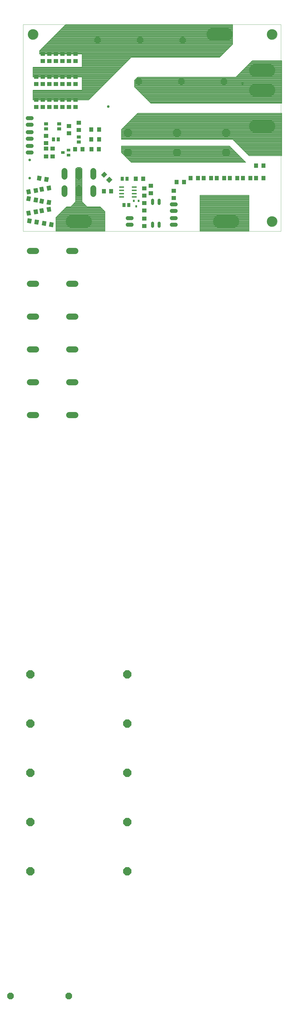
<source format=gts>
G75*
%MOIN*%
%OFA0B0*%
%FSLAX25Y25*%
%IPPOS*%
%LPD*%
%AMOC8*
5,1,8,0,0,1.08239X$1,22.5*
%
%ADD10C,0.00000*%
%ADD11C,0.15748*%
%ADD12C,0.00787*%
%ADD13R,0.05118X0.05906*%
%ADD14R,0.07098X0.06299*%
%ADD15R,0.06299X0.07098*%
%ADD16R,0.07800X0.02200*%
%ADD17C,0.05906*%
%ADD18C,0.08850*%
%ADD19C,0.09450*%
%ADD20OC8,0.12400*%
%ADD21C,0.12400*%
%ADD22C,0.02000*%
%ADD23C,0.20000*%
%ADD24C,0.04000*%
%ADD25R,0.05512X0.03937*%
%ADD26R,0.06000X0.06600*%
%ADD27OC8,0.10000*%
%ADD28R,0.06600X0.06000*%
%ADD29R,0.05906X0.05118*%
%ADD30R,0.03150X0.03543*%
%ADD31C,0.04800*%
D10*
X0028800Y1187300D02*
X0028800Y1502261D01*
X0422501Y1502261D01*
X0422501Y1187300D01*
X0028800Y1187300D01*
X0035926Y1487300D02*
X0035928Y1487493D01*
X0035935Y1487686D01*
X0035947Y1487879D01*
X0035964Y1488072D01*
X0035985Y1488264D01*
X0036011Y1488455D01*
X0036042Y1488646D01*
X0036077Y1488836D01*
X0036117Y1489025D01*
X0036162Y1489213D01*
X0036211Y1489400D01*
X0036265Y1489586D01*
X0036323Y1489770D01*
X0036386Y1489953D01*
X0036454Y1490134D01*
X0036525Y1490313D01*
X0036602Y1490491D01*
X0036682Y1490667D01*
X0036767Y1490840D01*
X0036856Y1491012D01*
X0036949Y1491181D01*
X0037046Y1491348D01*
X0037148Y1491513D01*
X0037253Y1491675D01*
X0037362Y1491834D01*
X0037476Y1491991D01*
X0037593Y1492144D01*
X0037713Y1492295D01*
X0037838Y1492443D01*
X0037966Y1492588D01*
X0038097Y1492729D01*
X0038232Y1492868D01*
X0038371Y1493003D01*
X0038512Y1493134D01*
X0038657Y1493262D01*
X0038805Y1493387D01*
X0038956Y1493507D01*
X0039109Y1493624D01*
X0039266Y1493738D01*
X0039425Y1493847D01*
X0039587Y1493952D01*
X0039752Y1494054D01*
X0039919Y1494151D01*
X0040088Y1494244D01*
X0040260Y1494333D01*
X0040433Y1494418D01*
X0040609Y1494498D01*
X0040787Y1494575D01*
X0040966Y1494646D01*
X0041147Y1494714D01*
X0041330Y1494777D01*
X0041514Y1494835D01*
X0041700Y1494889D01*
X0041887Y1494938D01*
X0042075Y1494983D01*
X0042264Y1495023D01*
X0042454Y1495058D01*
X0042645Y1495089D01*
X0042836Y1495115D01*
X0043028Y1495136D01*
X0043221Y1495153D01*
X0043414Y1495165D01*
X0043607Y1495172D01*
X0043800Y1495174D01*
X0043993Y1495172D01*
X0044186Y1495165D01*
X0044379Y1495153D01*
X0044572Y1495136D01*
X0044764Y1495115D01*
X0044955Y1495089D01*
X0045146Y1495058D01*
X0045336Y1495023D01*
X0045525Y1494983D01*
X0045713Y1494938D01*
X0045900Y1494889D01*
X0046086Y1494835D01*
X0046270Y1494777D01*
X0046453Y1494714D01*
X0046634Y1494646D01*
X0046813Y1494575D01*
X0046991Y1494498D01*
X0047167Y1494418D01*
X0047340Y1494333D01*
X0047512Y1494244D01*
X0047681Y1494151D01*
X0047848Y1494054D01*
X0048013Y1493952D01*
X0048175Y1493847D01*
X0048334Y1493738D01*
X0048491Y1493624D01*
X0048644Y1493507D01*
X0048795Y1493387D01*
X0048943Y1493262D01*
X0049088Y1493134D01*
X0049229Y1493003D01*
X0049368Y1492868D01*
X0049503Y1492729D01*
X0049634Y1492588D01*
X0049762Y1492443D01*
X0049887Y1492295D01*
X0050007Y1492144D01*
X0050124Y1491991D01*
X0050238Y1491834D01*
X0050347Y1491675D01*
X0050452Y1491513D01*
X0050554Y1491348D01*
X0050651Y1491181D01*
X0050744Y1491012D01*
X0050833Y1490840D01*
X0050918Y1490667D01*
X0050998Y1490491D01*
X0051075Y1490313D01*
X0051146Y1490134D01*
X0051214Y1489953D01*
X0051277Y1489770D01*
X0051335Y1489586D01*
X0051389Y1489400D01*
X0051438Y1489213D01*
X0051483Y1489025D01*
X0051523Y1488836D01*
X0051558Y1488646D01*
X0051589Y1488455D01*
X0051615Y1488264D01*
X0051636Y1488072D01*
X0051653Y1487879D01*
X0051665Y1487686D01*
X0051672Y1487493D01*
X0051674Y1487300D01*
X0051672Y1487107D01*
X0051665Y1486914D01*
X0051653Y1486721D01*
X0051636Y1486528D01*
X0051615Y1486336D01*
X0051589Y1486145D01*
X0051558Y1485954D01*
X0051523Y1485764D01*
X0051483Y1485575D01*
X0051438Y1485387D01*
X0051389Y1485200D01*
X0051335Y1485014D01*
X0051277Y1484830D01*
X0051214Y1484647D01*
X0051146Y1484466D01*
X0051075Y1484287D01*
X0050998Y1484109D01*
X0050918Y1483933D01*
X0050833Y1483760D01*
X0050744Y1483588D01*
X0050651Y1483419D01*
X0050554Y1483252D01*
X0050452Y1483087D01*
X0050347Y1482925D01*
X0050238Y1482766D01*
X0050124Y1482609D01*
X0050007Y1482456D01*
X0049887Y1482305D01*
X0049762Y1482157D01*
X0049634Y1482012D01*
X0049503Y1481871D01*
X0049368Y1481732D01*
X0049229Y1481597D01*
X0049088Y1481466D01*
X0048943Y1481338D01*
X0048795Y1481213D01*
X0048644Y1481093D01*
X0048491Y1480976D01*
X0048334Y1480862D01*
X0048175Y1480753D01*
X0048013Y1480648D01*
X0047848Y1480546D01*
X0047681Y1480449D01*
X0047512Y1480356D01*
X0047340Y1480267D01*
X0047167Y1480182D01*
X0046991Y1480102D01*
X0046813Y1480025D01*
X0046634Y1479954D01*
X0046453Y1479886D01*
X0046270Y1479823D01*
X0046086Y1479765D01*
X0045900Y1479711D01*
X0045713Y1479662D01*
X0045525Y1479617D01*
X0045336Y1479577D01*
X0045146Y1479542D01*
X0044955Y1479511D01*
X0044764Y1479485D01*
X0044572Y1479464D01*
X0044379Y1479447D01*
X0044186Y1479435D01*
X0043993Y1479428D01*
X0043800Y1479426D01*
X0043607Y1479428D01*
X0043414Y1479435D01*
X0043221Y1479447D01*
X0043028Y1479464D01*
X0042836Y1479485D01*
X0042645Y1479511D01*
X0042454Y1479542D01*
X0042264Y1479577D01*
X0042075Y1479617D01*
X0041887Y1479662D01*
X0041700Y1479711D01*
X0041514Y1479765D01*
X0041330Y1479823D01*
X0041147Y1479886D01*
X0040966Y1479954D01*
X0040787Y1480025D01*
X0040609Y1480102D01*
X0040433Y1480182D01*
X0040260Y1480267D01*
X0040088Y1480356D01*
X0039919Y1480449D01*
X0039752Y1480546D01*
X0039587Y1480648D01*
X0039425Y1480753D01*
X0039266Y1480862D01*
X0039109Y1480976D01*
X0038956Y1481093D01*
X0038805Y1481213D01*
X0038657Y1481338D01*
X0038512Y1481466D01*
X0038371Y1481597D01*
X0038232Y1481732D01*
X0038097Y1481871D01*
X0037966Y1482012D01*
X0037838Y1482157D01*
X0037713Y1482305D01*
X0037593Y1482456D01*
X0037476Y1482609D01*
X0037362Y1482766D01*
X0037253Y1482925D01*
X0037148Y1483087D01*
X0037046Y1483252D01*
X0036949Y1483419D01*
X0036856Y1483588D01*
X0036767Y1483760D01*
X0036682Y1483933D01*
X0036602Y1484109D01*
X0036525Y1484287D01*
X0036454Y1484466D01*
X0036386Y1484647D01*
X0036323Y1484830D01*
X0036265Y1485014D01*
X0036211Y1485200D01*
X0036162Y1485387D01*
X0036117Y1485575D01*
X0036077Y1485764D01*
X0036042Y1485954D01*
X0036011Y1486145D01*
X0035985Y1486336D01*
X0035964Y1486528D01*
X0035947Y1486721D01*
X0035935Y1486914D01*
X0035928Y1487107D01*
X0035926Y1487300D01*
X0400926Y1487300D02*
X0400928Y1487493D01*
X0400935Y1487686D01*
X0400947Y1487879D01*
X0400964Y1488072D01*
X0400985Y1488264D01*
X0401011Y1488455D01*
X0401042Y1488646D01*
X0401077Y1488836D01*
X0401117Y1489025D01*
X0401162Y1489213D01*
X0401211Y1489400D01*
X0401265Y1489586D01*
X0401323Y1489770D01*
X0401386Y1489953D01*
X0401454Y1490134D01*
X0401525Y1490313D01*
X0401602Y1490491D01*
X0401682Y1490667D01*
X0401767Y1490840D01*
X0401856Y1491012D01*
X0401949Y1491181D01*
X0402046Y1491348D01*
X0402148Y1491513D01*
X0402253Y1491675D01*
X0402362Y1491834D01*
X0402476Y1491991D01*
X0402593Y1492144D01*
X0402713Y1492295D01*
X0402838Y1492443D01*
X0402966Y1492588D01*
X0403097Y1492729D01*
X0403232Y1492868D01*
X0403371Y1493003D01*
X0403512Y1493134D01*
X0403657Y1493262D01*
X0403805Y1493387D01*
X0403956Y1493507D01*
X0404109Y1493624D01*
X0404266Y1493738D01*
X0404425Y1493847D01*
X0404587Y1493952D01*
X0404752Y1494054D01*
X0404919Y1494151D01*
X0405088Y1494244D01*
X0405260Y1494333D01*
X0405433Y1494418D01*
X0405609Y1494498D01*
X0405787Y1494575D01*
X0405966Y1494646D01*
X0406147Y1494714D01*
X0406330Y1494777D01*
X0406514Y1494835D01*
X0406700Y1494889D01*
X0406887Y1494938D01*
X0407075Y1494983D01*
X0407264Y1495023D01*
X0407454Y1495058D01*
X0407645Y1495089D01*
X0407836Y1495115D01*
X0408028Y1495136D01*
X0408221Y1495153D01*
X0408414Y1495165D01*
X0408607Y1495172D01*
X0408800Y1495174D01*
X0408993Y1495172D01*
X0409186Y1495165D01*
X0409379Y1495153D01*
X0409572Y1495136D01*
X0409764Y1495115D01*
X0409955Y1495089D01*
X0410146Y1495058D01*
X0410336Y1495023D01*
X0410525Y1494983D01*
X0410713Y1494938D01*
X0410900Y1494889D01*
X0411086Y1494835D01*
X0411270Y1494777D01*
X0411453Y1494714D01*
X0411634Y1494646D01*
X0411813Y1494575D01*
X0411991Y1494498D01*
X0412167Y1494418D01*
X0412340Y1494333D01*
X0412512Y1494244D01*
X0412681Y1494151D01*
X0412848Y1494054D01*
X0413013Y1493952D01*
X0413175Y1493847D01*
X0413334Y1493738D01*
X0413491Y1493624D01*
X0413644Y1493507D01*
X0413795Y1493387D01*
X0413943Y1493262D01*
X0414088Y1493134D01*
X0414229Y1493003D01*
X0414368Y1492868D01*
X0414503Y1492729D01*
X0414634Y1492588D01*
X0414762Y1492443D01*
X0414887Y1492295D01*
X0415007Y1492144D01*
X0415124Y1491991D01*
X0415238Y1491834D01*
X0415347Y1491675D01*
X0415452Y1491513D01*
X0415554Y1491348D01*
X0415651Y1491181D01*
X0415744Y1491012D01*
X0415833Y1490840D01*
X0415918Y1490667D01*
X0415998Y1490491D01*
X0416075Y1490313D01*
X0416146Y1490134D01*
X0416214Y1489953D01*
X0416277Y1489770D01*
X0416335Y1489586D01*
X0416389Y1489400D01*
X0416438Y1489213D01*
X0416483Y1489025D01*
X0416523Y1488836D01*
X0416558Y1488646D01*
X0416589Y1488455D01*
X0416615Y1488264D01*
X0416636Y1488072D01*
X0416653Y1487879D01*
X0416665Y1487686D01*
X0416672Y1487493D01*
X0416674Y1487300D01*
X0416672Y1487107D01*
X0416665Y1486914D01*
X0416653Y1486721D01*
X0416636Y1486528D01*
X0416615Y1486336D01*
X0416589Y1486145D01*
X0416558Y1485954D01*
X0416523Y1485764D01*
X0416483Y1485575D01*
X0416438Y1485387D01*
X0416389Y1485200D01*
X0416335Y1485014D01*
X0416277Y1484830D01*
X0416214Y1484647D01*
X0416146Y1484466D01*
X0416075Y1484287D01*
X0415998Y1484109D01*
X0415918Y1483933D01*
X0415833Y1483760D01*
X0415744Y1483588D01*
X0415651Y1483419D01*
X0415554Y1483252D01*
X0415452Y1483087D01*
X0415347Y1482925D01*
X0415238Y1482766D01*
X0415124Y1482609D01*
X0415007Y1482456D01*
X0414887Y1482305D01*
X0414762Y1482157D01*
X0414634Y1482012D01*
X0414503Y1481871D01*
X0414368Y1481732D01*
X0414229Y1481597D01*
X0414088Y1481466D01*
X0413943Y1481338D01*
X0413795Y1481213D01*
X0413644Y1481093D01*
X0413491Y1480976D01*
X0413334Y1480862D01*
X0413175Y1480753D01*
X0413013Y1480648D01*
X0412848Y1480546D01*
X0412681Y1480449D01*
X0412512Y1480356D01*
X0412340Y1480267D01*
X0412167Y1480182D01*
X0411991Y1480102D01*
X0411813Y1480025D01*
X0411634Y1479954D01*
X0411453Y1479886D01*
X0411270Y1479823D01*
X0411086Y1479765D01*
X0410900Y1479711D01*
X0410713Y1479662D01*
X0410525Y1479617D01*
X0410336Y1479577D01*
X0410146Y1479542D01*
X0409955Y1479511D01*
X0409764Y1479485D01*
X0409572Y1479464D01*
X0409379Y1479447D01*
X0409186Y1479435D01*
X0408993Y1479428D01*
X0408800Y1479426D01*
X0408607Y1479428D01*
X0408414Y1479435D01*
X0408221Y1479447D01*
X0408028Y1479464D01*
X0407836Y1479485D01*
X0407645Y1479511D01*
X0407454Y1479542D01*
X0407264Y1479577D01*
X0407075Y1479617D01*
X0406887Y1479662D01*
X0406700Y1479711D01*
X0406514Y1479765D01*
X0406330Y1479823D01*
X0406147Y1479886D01*
X0405966Y1479954D01*
X0405787Y1480025D01*
X0405609Y1480102D01*
X0405433Y1480182D01*
X0405260Y1480267D01*
X0405088Y1480356D01*
X0404919Y1480449D01*
X0404752Y1480546D01*
X0404587Y1480648D01*
X0404425Y1480753D01*
X0404266Y1480862D01*
X0404109Y1480976D01*
X0403956Y1481093D01*
X0403805Y1481213D01*
X0403657Y1481338D01*
X0403512Y1481466D01*
X0403371Y1481597D01*
X0403232Y1481732D01*
X0403097Y1481871D01*
X0402966Y1482012D01*
X0402838Y1482157D01*
X0402713Y1482305D01*
X0402593Y1482456D01*
X0402476Y1482609D01*
X0402362Y1482766D01*
X0402253Y1482925D01*
X0402148Y1483087D01*
X0402046Y1483252D01*
X0401949Y1483419D01*
X0401856Y1483588D01*
X0401767Y1483760D01*
X0401682Y1483933D01*
X0401602Y1484109D01*
X0401525Y1484287D01*
X0401454Y1484466D01*
X0401386Y1484647D01*
X0401323Y1484830D01*
X0401265Y1485014D01*
X0401211Y1485200D01*
X0401162Y1485387D01*
X0401117Y1485575D01*
X0401077Y1485764D01*
X0401042Y1485954D01*
X0401011Y1486145D01*
X0400985Y1486336D01*
X0400964Y1486528D01*
X0400947Y1486721D01*
X0400935Y1486914D01*
X0400928Y1487107D01*
X0400926Y1487300D01*
X0400926Y1202300D02*
X0400928Y1202493D01*
X0400935Y1202686D01*
X0400947Y1202879D01*
X0400964Y1203072D01*
X0400985Y1203264D01*
X0401011Y1203455D01*
X0401042Y1203646D01*
X0401077Y1203836D01*
X0401117Y1204025D01*
X0401162Y1204213D01*
X0401211Y1204400D01*
X0401265Y1204586D01*
X0401323Y1204770D01*
X0401386Y1204953D01*
X0401454Y1205134D01*
X0401525Y1205313D01*
X0401602Y1205491D01*
X0401682Y1205667D01*
X0401767Y1205840D01*
X0401856Y1206012D01*
X0401949Y1206181D01*
X0402046Y1206348D01*
X0402148Y1206513D01*
X0402253Y1206675D01*
X0402362Y1206834D01*
X0402476Y1206991D01*
X0402593Y1207144D01*
X0402713Y1207295D01*
X0402838Y1207443D01*
X0402966Y1207588D01*
X0403097Y1207729D01*
X0403232Y1207868D01*
X0403371Y1208003D01*
X0403512Y1208134D01*
X0403657Y1208262D01*
X0403805Y1208387D01*
X0403956Y1208507D01*
X0404109Y1208624D01*
X0404266Y1208738D01*
X0404425Y1208847D01*
X0404587Y1208952D01*
X0404752Y1209054D01*
X0404919Y1209151D01*
X0405088Y1209244D01*
X0405260Y1209333D01*
X0405433Y1209418D01*
X0405609Y1209498D01*
X0405787Y1209575D01*
X0405966Y1209646D01*
X0406147Y1209714D01*
X0406330Y1209777D01*
X0406514Y1209835D01*
X0406700Y1209889D01*
X0406887Y1209938D01*
X0407075Y1209983D01*
X0407264Y1210023D01*
X0407454Y1210058D01*
X0407645Y1210089D01*
X0407836Y1210115D01*
X0408028Y1210136D01*
X0408221Y1210153D01*
X0408414Y1210165D01*
X0408607Y1210172D01*
X0408800Y1210174D01*
X0408993Y1210172D01*
X0409186Y1210165D01*
X0409379Y1210153D01*
X0409572Y1210136D01*
X0409764Y1210115D01*
X0409955Y1210089D01*
X0410146Y1210058D01*
X0410336Y1210023D01*
X0410525Y1209983D01*
X0410713Y1209938D01*
X0410900Y1209889D01*
X0411086Y1209835D01*
X0411270Y1209777D01*
X0411453Y1209714D01*
X0411634Y1209646D01*
X0411813Y1209575D01*
X0411991Y1209498D01*
X0412167Y1209418D01*
X0412340Y1209333D01*
X0412512Y1209244D01*
X0412681Y1209151D01*
X0412848Y1209054D01*
X0413013Y1208952D01*
X0413175Y1208847D01*
X0413334Y1208738D01*
X0413491Y1208624D01*
X0413644Y1208507D01*
X0413795Y1208387D01*
X0413943Y1208262D01*
X0414088Y1208134D01*
X0414229Y1208003D01*
X0414368Y1207868D01*
X0414503Y1207729D01*
X0414634Y1207588D01*
X0414762Y1207443D01*
X0414887Y1207295D01*
X0415007Y1207144D01*
X0415124Y1206991D01*
X0415238Y1206834D01*
X0415347Y1206675D01*
X0415452Y1206513D01*
X0415554Y1206348D01*
X0415651Y1206181D01*
X0415744Y1206012D01*
X0415833Y1205840D01*
X0415918Y1205667D01*
X0415998Y1205491D01*
X0416075Y1205313D01*
X0416146Y1205134D01*
X0416214Y1204953D01*
X0416277Y1204770D01*
X0416335Y1204586D01*
X0416389Y1204400D01*
X0416438Y1204213D01*
X0416483Y1204025D01*
X0416523Y1203836D01*
X0416558Y1203646D01*
X0416589Y1203455D01*
X0416615Y1203264D01*
X0416636Y1203072D01*
X0416653Y1202879D01*
X0416665Y1202686D01*
X0416672Y1202493D01*
X0416674Y1202300D01*
X0416672Y1202107D01*
X0416665Y1201914D01*
X0416653Y1201721D01*
X0416636Y1201528D01*
X0416615Y1201336D01*
X0416589Y1201145D01*
X0416558Y1200954D01*
X0416523Y1200764D01*
X0416483Y1200575D01*
X0416438Y1200387D01*
X0416389Y1200200D01*
X0416335Y1200014D01*
X0416277Y1199830D01*
X0416214Y1199647D01*
X0416146Y1199466D01*
X0416075Y1199287D01*
X0415998Y1199109D01*
X0415918Y1198933D01*
X0415833Y1198760D01*
X0415744Y1198588D01*
X0415651Y1198419D01*
X0415554Y1198252D01*
X0415452Y1198087D01*
X0415347Y1197925D01*
X0415238Y1197766D01*
X0415124Y1197609D01*
X0415007Y1197456D01*
X0414887Y1197305D01*
X0414762Y1197157D01*
X0414634Y1197012D01*
X0414503Y1196871D01*
X0414368Y1196732D01*
X0414229Y1196597D01*
X0414088Y1196466D01*
X0413943Y1196338D01*
X0413795Y1196213D01*
X0413644Y1196093D01*
X0413491Y1195976D01*
X0413334Y1195862D01*
X0413175Y1195753D01*
X0413013Y1195648D01*
X0412848Y1195546D01*
X0412681Y1195449D01*
X0412512Y1195356D01*
X0412340Y1195267D01*
X0412167Y1195182D01*
X0411991Y1195102D01*
X0411813Y1195025D01*
X0411634Y1194954D01*
X0411453Y1194886D01*
X0411270Y1194823D01*
X0411086Y1194765D01*
X0410900Y1194711D01*
X0410713Y1194662D01*
X0410525Y1194617D01*
X0410336Y1194577D01*
X0410146Y1194542D01*
X0409955Y1194511D01*
X0409764Y1194485D01*
X0409572Y1194464D01*
X0409379Y1194447D01*
X0409186Y1194435D01*
X0408993Y1194428D01*
X0408800Y1194426D01*
X0408607Y1194428D01*
X0408414Y1194435D01*
X0408221Y1194447D01*
X0408028Y1194464D01*
X0407836Y1194485D01*
X0407645Y1194511D01*
X0407454Y1194542D01*
X0407264Y1194577D01*
X0407075Y1194617D01*
X0406887Y1194662D01*
X0406700Y1194711D01*
X0406514Y1194765D01*
X0406330Y1194823D01*
X0406147Y1194886D01*
X0405966Y1194954D01*
X0405787Y1195025D01*
X0405609Y1195102D01*
X0405433Y1195182D01*
X0405260Y1195267D01*
X0405088Y1195356D01*
X0404919Y1195449D01*
X0404752Y1195546D01*
X0404587Y1195648D01*
X0404425Y1195753D01*
X0404266Y1195862D01*
X0404109Y1195976D01*
X0403956Y1196093D01*
X0403805Y1196213D01*
X0403657Y1196338D01*
X0403512Y1196466D01*
X0403371Y1196597D01*
X0403232Y1196732D01*
X0403097Y1196871D01*
X0402966Y1197012D01*
X0402838Y1197157D01*
X0402713Y1197305D01*
X0402593Y1197456D01*
X0402476Y1197609D01*
X0402362Y1197766D01*
X0402253Y1197925D01*
X0402148Y1198087D01*
X0402046Y1198252D01*
X0401949Y1198419D01*
X0401856Y1198588D01*
X0401767Y1198760D01*
X0401682Y1198933D01*
X0401602Y1199109D01*
X0401525Y1199287D01*
X0401454Y1199466D01*
X0401386Y1199647D01*
X0401323Y1199830D01*
X0401265Y1200014D01*
X0401211Y1200200D01*
X0401162Y1200387D01*
X0401117Y1200575D01*
X0401077Y1200764D01*
X0401042Y1200954D01*
X0401011Y1201145D01*
X0400985Y1201336D01*
X0400964Y1201528D01*
X0400947Y1201721D01*
X0400935Y1201914D01*
X0400928Y1202107D01*
X0400926Y1202300D01*
D11*
X0408800Y1202300D03*
X0408800Y1487300D03*
X0043800Y1487300D03*
D12*
X0054655Y1463155D02*
X0339655Y1463155D01*
X0338870Y1462370D02*
X0053870Y1462370D01*
X0053800Y1462300D02*
X0053800Y1457300D01*
X0118800Y1457300D01*
X0118800Y1437300D01*
X0043800Y1437300D01*
X0043800Y1422300D01*
X0118800Y1422300D01*
X0118800Y1402300D01*
X0043800Y1402300D01*
X0043800Y1387300D01*
X0128800Y1387300D01*
X0193800Y1452300D01*
X0328800Y1452300D01*
X0348800Y1472300D01*
X0348800Y1502300D01*
X0093800Y1502300D01*
X0088800Y1497300D01*
X0053800Y1462300D01*
X0053800Y1461584D02*
X0338084Y1461584D01*
X0337298Y1460798D02*
X0053800Y1460798D01*
X0053800Y1460012D02*
X0336512Y1460012D01*
X0335726Y1459226D02*
X0053800Y1459226D01*
X0053800Y1458440D02*
X0334940Y1458440D01*
X0334154Y1457654D02*
X0053800Y1457654D01*
X0055441Y1463941D02*
X0340441Y1463941D01*
X0341227Y1464727D02*
X0056227Y1464727D01*
X0057013Y1465513D02*
X0342013Y1465513D01*
X0342799Y1466299D02*
X0057799Y1466299D01*
X0058585Y1467085D02*
X0343585Y1467085D01*
X0344371Y1467871D02*
X0059371Y1467871D01*
X0060157Y1468657D02*
X0345157Y1468657D01*
X0345943Y1469443D02*
X0060943Y1469443D01*
X0061729Y1470229D02*
X0346729Y1470229D01*
X0347515Y1471015D02*
X0062515Y1471015D01*
X0063300Y1471800D02*
X0348300Y1471800D01*
X0348800Y1472586D02*
X0064086Y1472586D01*
X0064872Y1473372D02*
X0348800Y1473372D01*
X0348800Y1474158D02*
X0065658Y1474158D01*
X0066444Y1474944D02*
X0348800Y1474944D01*
X0348800Y1475730D02*
X0067230Y1475730D01*
X0068016Y1476516D02*
X0348800Y1476516D01*
X0348800Y1477302D02*
X0068802Y1477302D01*
X0069588Y1478088D02*
X0348800Y1478088D01*
X0348800Y1478874D02*
X0070374Y1478874D01*
X0071160Y1479660D02*
X0348800Y1479660D01*
X0348800Y1480446D02*
X0071946Y1480446D01*
X0072731Y1481231D02*
X0348800Y1481231D01*
X0348800Y1482017D02*
X0073517Y1482017D01*
X0074303Y1482803D02*
X0348800Y1482803D01*
X0348800Y1483589D02*
X0075089Y1483589D01*
X0075875Y1484375D02*
X0348800Y1484375D01*
X0348800Y1485161D02*
X0076661Y1485161D01*
X0077447Y1485947D02*
X0348800Y1485947D01*
X0348800Y1486733D02*
X0078233Y1486733D01*
X0079019Y1487519D02*
X0348800Y1487519D01*
X0348800Y1488305D02*
X0079805Y1488305D01*
X0080591Y1489091D02*
X0348800Y1489091D01*
X0348800Y1489876D02*
X0081376Y1489876D01*
X0082162Y1490662D02*
X0348800Y1490662D01*
X0348800Y1491448D02*
X0082948Y1491448D01*
X0083734Y1492234D02*
X0348800Y1492234D01*
X0348800Y1493020D02*
X0084520Y1493020D01*
X0085306Y1493806D02*
X0348800Y1493806D01*
X0348800Y1494592D02*
X0086092Y1494592D01*
X0086878Y1495378D02*
X0348800Y1495378D01*
X0348800Y1496164D02*
X0087664Y1496164D01*
X0088450Y1496950D02*
X0348800Y1496950D01*
X0348800Y1497736D02*
X0089236Y1497736D01*
X0090022Y1498522D02*
X0348800Y1498522D01*
X0348800Y1499307D02*
X0090807Y1499307D01*
X0091593Y1500093D02*
X0348800Y1500093D01*
X0348800Y1500879D02*
X0092379Y1500879D01*
X0093165Y1501665D02*
X0348800Y1501665D01*
X0333368Y1456868D02*
X0118800Y1456868D01*
X0118800Y1456082D02*
X0332582Y1456082D01*
X0331796Y1455296D02*
X0118800Y1455296D01*
X0118800Y1454510D02*
X0331010Y1454510D01*
X0330224Y1453724D02*
X0118800Y1453724D01*
X0118800Y1452939D02*
X0329439Y1452939D01*
X0356932Y1425432D02*
X0423800Y1425432D01*
X0423800Y1426218D02*
X0357718Y1426218D01*
X0358503Y1427003D02*
X0423800Y1427003D01*
X0423800Y1427789D02*
X0359289Y1427789D01*
X0360075Y1428575D02*
X0423800Y1428575D01*
X0423800Y1429361D02*
X0360861Y1429361D01*
X0361647Y1430147D02*
X0423800Y1430147D01*
X0423800Y1430933D02*
X0362433Y1430933D01*
X0363219Y1431719D02*
X0423800Y1431719D01*
X0423800Y1432505D02*
X0364005Y1432505D01*
X0364791Y1433291D02*
X0423800Y1433291D01*
X0423800Y1434077D02*
X0365577Y1434077D01*
X0366363Y1434863D02*
X0423800Y1434863D01*
X0423800Y1435648D02*
X0367148Y1435648D01*
X0367934Y1436434D02*
X0423800Y1436434D01*
X0423800Y1437220D02*
X0368720Y1437220D01*
X0369506Y1438006D02*
X0423800Y1438006D01*
X0423800Y1438792D02*
X0370292Y1438792D01*
X0371078Y1439578D02*
X0423800Y1439578D01*
X0423800Y1440364D02*
X0371864Y1440364D01*
X0372650Y1441150D02*
X0423800Y1441150D01*
X0423800Y1441936D02*
X0373436Y1441936D01*
X0374222Y1442722D02*
X0423800Y1442722D01*
X0423800Y1443508D02*
X0375008Y1443508D01*
X0375794Y1444294D02*
X0423800Y1444294D01*
X0423800Y1445079D02*
X0376579Y1445079D01*
X0377365Y1445865D02*
X0423800Y1445865D01*
X0423800Y1446651D02*
X0378151Y1446651D01*
X0378800Y1447300D02*
X0353800Y1422300D01*
X0203800Y1422300D01*
X0198800Y1417300D01*
X0198800Y1407300D01*
X0223800Y1382300D01*
X0423800Y1382300D01*
X0423800Y1447300D01*
X0378800Y1447300D01*
X0356146Y1424646D02*
X0423800Y1424646D01*
X0423800Y1423860D02*
X0355360Y1423860D01*
X0354574Y1423074D02*
X0423800Y1423074D01*
X0423800Y1422288D02*
X0203788Y1422288D01*
X0203002Y1421502D02*
X0423800Y1421502D01*
X0423800Y1420716D02*
X0202216Y1420716D01*
X0201430Y1419930D02*
X0423800Y1419930D01*
X0423800Y1419144D02*
X0200644Y1419144D01*
X0199858Y1418358D02*
X0423800Y1418358D01*
X0423800Y1417572D02*
X0199072Y1417572D01*
X0198800Y1416787D02*
X0423800Y1416787D01*
X0423800Y1416001D02*
X0198800Y1416001D01*
X0198800Y1415215D02*
X0423800Y1415215D01*
X0423800Y1414429D02*
X0198800Y1414429D01*
X0198800Y1413643D02*
X0423800Y1413643D01*
X0423800Y1412857D02*
X0198800Y1412857D01*
X0198800Y1412071D02*
X0423800Y1412071D01*
X0423800Y1411285D02*
X0198800Y1411285D01*
X0198800Y1410499D02*
X0423800Y1410499D01*
X0423800Y1409713D02*
X0198800Y1409713D01*
X0198800Y1408927D02*
X0423800Y1408927D01*
X0423800Y1408142D02*
X0198800Y1408142D01*
X0198800Y1407356D02*
X0423800Y1407356D01*
X0423800Y1406570D02*
X0199530Y1406570D01*
X0200316Y1405784D02*
X0423800Y1405784D01*
X0423800Y1404998D02*
X0201102Y1404998D01*
X0201888Y1404212D02*
X0423800Y1404212D01*
X0423800Y1403426D02*
X0202674Y1403426D01*
X0203460Y1402640D02*
X0423800Y1402640D01*
X0423800Y1401854D02*
X0204246Y1401854D01*
X0205032Y1401068D02*
X0423800Y1401068D01*
X0423800Y1400282D02*
X0205818Y1400282D01*
X0206604Y1399496D02*
X0423800Y1399496D01*
X0423800Y1398711D02*
X0207389Y1398711D01*
X0208175Y1397925D02*
X0423800Y1397925D01*
X0423800Y1397139D02*
X0208961Y1397139D01*
X0209747Y1396353D02*
X0423800Y1396353D01*
X0423800Y1395567D02*
X0210533Y1395567D01*
X0211319Y1394781D02*
X0423800Y1394781D01*
X0423800Y1393995D02*
X0212105Y1393995D01*
X0212891Y1393209D02*
X0423800Y1393209D01*
X0423800Y1392423D02*
X0213677Y1392423D01*
X0214463Y1391637D02*
X0423800Y1391637D01*
X0423800Y1390851D02*
X0215249Y1390851D01*
X0216034Y1390066D02*
X0423800Y1390066D01*
X0423800Y1389280D02*
X0216820Y1389280D01*
X0217606Y1388494D02*
X0423800Y1388494D01*
X0423800Y1387708D02*
X0218392Y1387708D01*
X0219178Y1386922D02*
X0423800Y1386922D01*
X0423800Y1386136D02*
X0219964Y1386136D01*
X0220750Y1385350D02*
X0423800Y1385350D01*
X0423800Y1384564D02*
X0221536Y1384564D01*
X0222322Y1383778D02*
X0423800Y1383778D01*
X0423800Y1382992D02*
X0223108Y1382992D01*
X0203800Y1367300D02*
X0423800Y1367300D01*
X0423800Y1302300D01*
X0373800Y1302300D01*
X0348800Y1327300D01*
X0178800Y1327300D01*
X0178800Y1342300D01*
X0203800Y1367300D01*
X0203774Y1367274D02*
X0423800Y1367274D01*
X0423800Y1366488D02*
X0202988Y1366488D01*
X0202202Y1365702D02*
X0423800Y1365702D01*
X0423800Y1364916D02*
X0201416Y1364916D01*
X0200630Y1364130D02*
X0423800Y1364130D01*
X0423800Y1363344D02*
X0199844Y1363344D01*
X0199059Y1362559D02*
X0423800Y1362559D01*
X0423800Y1361773D02*
X0198273Y1361773D01*
X0197487Y1360987D02*
X0423800Y1360987D01*
X0423800Y1360201D02*
X0196701Y1360201D01*
X0195915Y1359415D02*
X0423800Y1359415D01*
X0423800Y1358629D02*
X0195129Y1358629D01*
X0194343Y1357843D02*
X0423800Y1357843D01*
X0423800Y1357057D02*
X0193557Y1357057D01*
X0192771Y1356271D02*
X0423800Y1356271D01*
X0423800Y1355485D02*
X0191985Y1355485D01*
X0191199Y1354699D02*
X0423800Y1354699D01*
X0423800Y1353914D02*
X0190414Y1353914D01*
X0189628Y1353128D02*
X0423800Y1353128D01*
X0423800Y1352342D02*
X0188842Y1352342D01*
X0188056Y1351556D02*
X0423800Y1351556D01*
X0423800Y1350770D02*
X0187270Y1350770D01*
X0186484Y1349984D02*
X0423800Y1349984D01*
X0423800Y1349198D02*
X0185698Y1349198D01*
X0184912Y1348412D02*
X0423800Y1348412D01*
X0423800Y1347626D02*
X0184126Y1347626D01*
X0183340Y1346840D02*
X0423800Y1346840D01*
X0423800Y1346054D02*
X0182554Y1346054D01*
X0181768Y1345268D02*
X0423800Y1345268D01*
X0423800Y1344483D02*
X0180983Y1344483D01*
X0180197Y1343697D02*
X0423800Y1343697D01*
X0423800Y1342911D02*
X0179411Y1342911D01*
X0178800Y1342125D02*
X0423800Y1342125D01*
X0423800Y1341339D02*
X0178800Y1341339D01*
X0178800Y1340553D02*
X0423800Y1340553D01*
X0423800Y1339767D02*
X0178800Y1339767D01*
X0178800Y1338981D02*
X0423800Y1338981D01*
X0423800Y1338195D02*
X0178800Y1338195D01*
X0178800Y1337409D02*
X0423800Y1337409D01*
X0423800Y1336623D02*
X0178800Y1336623D01*
X0178800Y1335838D02*
X0423800Y1335838D01*
X0423800Y1335052D02*
X0178800Y1335052D01*
X0178800Y1334266D02*
X0423800Y1334266D01*
X0423800Y1333480D02*
X0178800Y1333480D01*
X0178800Y1332694D02*
X0423800Y1332694D01*
X0423800Y1331908D02*
X0178800Y1331908D01*
X0178800Y1331122D02*
X0423800Y1331122D01*
X0423800Y1330336D02*
X0178800Y1330336D01*
X0178800Y1329550D02*
X0423800Y1329550D01*
X0423800Y1328764D02*
X0178800Y1328764D01*
X0178800Y1327978D02*
X0423800Y1327978D01*
X0423800Y1327192D02*
X0348908Y1327192D01*
X0349693Y1326407D02*
X0423800Y1326407D01*
X0423800Y1325621D02*
X0350479Y1325621D01*
X0351265Y1324835D02*
X0423800Y1324835D01*
X0423800Y1324049D02*
X0352051Y1324049D01*
X0352837Y1323263D02*
X0423800Y1323263D01*
X0423800Y1322477D02*
X0353623Y1322477D01*
X0354409Y1321691D02*
X0423800Y1321691D01*
X0423800Y1320905D02*
X0355195Y1320905D01*
X0355981Y1320119D02*
X0423800Y1320119D01*
X0423800Y1319333D02*
X0356767Y1319333D01*
X0357553Y1318547D02*
X0423800Y1318547D01*
X0423800Y1317762D02*
X0358338Y1317762D01*
X0359124Y1316976D02*
X0423800Y1316976D01*
X0423800Y1316190D02*
X0359910Y1316190D01*
X0360696Y1315404D02*
X0423800Y1315404D01*
X0423800Y1314618D02*
X0361482Y1314618D01*
X0362268Y1313832D02*
X0423800Y1313832D01*
X0423800Y1313046D02*
X0363054Y1313046D01*
X0363840Y1312260D02*
X0423800Y1312260D01*
X0423800Y1311474D02*
X0364626Y1311474D01*
X0365412Y1310688D02*
X0423800Y1310688D01*
X0423800Y1309902D02*
X0366198Y1309902D01*
X0366984Y1309116D02*
X0423800Y1309116D01*
X0423800Y1308331D02*
X0367769Y1308331D01*
X0368555Y1307545D02*
X0423800Y1307545D01*
X0423800Y1306759D02*
X0369341Y1306759D01*
X0370127Y1305973D02*
X0423800Y1305973D01*
X0423800Y1305187D02*
X0370913Y1305187D01*
X0371699Y1304401D02*
X0423800Y1304401D01*
X0423800Y1303615D02*
X0372485Y1303615D01*
X0373271Y1302829D02*
X0423800Y1302829D01*
X0373800Y1242300D02*
X0373800Y1187300D01*
X0298800Y1187300D01*
X0373800Y1187300D01*
X0373800Y1188086D02*
X0298800Y1188086D01*
X0298800Y1188872D02*
X0373800Y1188872D01*
X0373800Y1189658D02*
X0298800Y1189658D01*
X0298800Y1190444D02*
X0373800Y1190444D01*
X0373800Y1191230D02*
X0298800Y1191230D01*
X0298800Y1192015D02*
X0373800Y1192015D01*
X0373800Y1192801D02*
X0298800Y1192801D01*
X0298800Y1193587D02*
X0373800Y1193587D01*
X0373800Y1194373D02*
X0298800Y1194373D01*
X0298800Y1195159D02*
X0373800Y1195159D01*
X0373800Y1195945D02*
X0298800Y1195945D01*
X0298800Y1196731D02*
X0373800Y1196731D01*
X0373800Y1197517D02*
X0298800Y1197517D01*
X0298800Y1198303D02*
X0373800Y1198303D01*
X0373800Y1199089D02*
X0298800Y1199089D01*
X0298800Y1199875D02*
X0373800Y1199875D01*
X0373800Y1200661D02*
X0298800Y1200661D01*
X0298800Y1201446D02*
X0373800Y1201446D01*
X0373800Y1202232D02*
X0298800Y1202232D01*
X0298800Y1203018D02*
X0373800Y1203018D01*
X0373800Y1203804D02*
X0298800Y1203804D01*
X0298800Y1204590D02*
X0373800Y1204590D01*
X0373800Y1205376D02*
X0298800Y1205376D01*
X0298800Y1206162D02*
X0373800Y1206162D01*
X0373800Y1206948D02*
X0298800Y1206948D01*
X0298800Y1207734D02*
X0373800Y1207734D01*
X0373800Y1208520D02*
X0298800Y1208520D01*
X0298800Y1209306D02*
X0373800Y1209306D01*
X0373800Y1210091D02*
X0298800Y1210091D01*
X0298800Y1210877D02*
X0373800Y1210877D01*
X0373800Y1211663D02*
X0298800Y1211663D01*
X0298800Y1212449D02*
X0373800Y1212449D01*
X0373800Y1213235D02*
X0298800Y1213235D01*
X0298800Y1214021D02*
X0373800Y1214021D01*
X0373800Y1214807D02*
X0298800Y1214807D01*
X0298800Y1215593D02*
X0373800Y1215593D01*
X0373800Y1216379D02*
X0298800Y1216379D01*
X0298800Y1217165D02*
X0373800Y1217165D01*
X0373800Y1217951D02*
X0298800Y1217951D01*
X0298800Y1218737D02*
X0373800Y1218737D01*
X0373800Y1219522D02*
X0298800Y1219522D01*
X0298800Y1220308D02*
X0373800Y1220308D01*
X0373800Y1221094D02*
X0298800Y1221094D01*
X0298800Y1221880D02*
X0373800Y1221880D01*
X0373800Y1222666D02*
X0298800Y1222666D01*
X0298800Y1223452D02*
X0373800Y1223452D01*
X0373800Y1224238D02*
X0298800Y1224238D01*
X0298800Y1225024D02*
X0373800Y1225024D01*
X0373800Y1225810D02*
X0298800Y1225810D01*
X0298800Y1226596D02*
X0373800Y1226596D01*
X0373800Y1227382D02*
X0298800Y1227382D01*
X0298800Y1228167D02*
X0373800Y1228167D01*
X0373800Y1228953D02*
X0298800Y1228953D01*
X0298800Y1229739D02*
X0373800Y1229739D01*
X0373800Y1230525D02*
X0298800Y1230525D01*
X0298800Y1231311D02*
X0373800Y1231311D01*
X0373800Y1232097D02*
X0298800Y1232097D01*
X0298800Y1232883D02*
X0373800Y1232883D01*
X0373800Y1233669D02*
X0298800Y1233669D01*
X0298800Y1234455D02*
X0373800Y1234455D01*
X0373800Y1235241D02*
X0298800Y1235241D01*
X0298800Y1236027D02*
X0373800Y1236027D01*
X0373800Y1236813D02*
X0298800Y1236813D01*
X0298800Y1237598D02*
X0373800Y1237598D01*
X0373800Y1238384D02*
X0298800Y1238384D01*
X0298800Y1239170D02*
X0373800Y1239170D01*
X0373800Y1239956D02*
X0298800Y1239956D01*
X0298800Y1240742D02*
X0373800Y1240742D01*
X0373800Y1241528D02*
X0298800Y1241528D01*
X0298800Y1242300D02*
X0373800Y1242300D01*
X0368800Y1292300D02*
X0343800Y1317300D01*
X0178800Y1317300D01*
X0178800Y1307300D01*
X0193800Y1292300D01*
X0368800Y1292300D01*
X0368488Y1292612D02*
X0193488Y1292612D01*
X0192702Y1293398D02*
X0367702Y1293398D01*
X0366916Y1294184D02*
X0191916Y1294184D01*
X0191130Y1294970D02*
X0366130Y1294970D01*
X0365344Y1295756D02*
X0190344Y1295756D01*
X0189558Y1296542D02*
X0364558Y1296542D01*
X0363772Y1297328D02*
X0188772Y1297328D01*
X0187986Y1298114D02*
X0362986Y1298114D01*
X0362200Y1298900D02*
X0187200Y1298900D01*
X0186414Y1299686D02*
X0361414Y1299686D01*
X0360629Y1300471D02*
X0185629Y1300471D01*
X0184843Y1301257D02*
X0359843Y1301257D01*
X0359057Y1302043D02*
X0184057Y1302043D01*
X0183271Y1302829D02*
X0358271Y1302829D01*
X0357485Y1303615D02*
X0182485Y1303615D01*
X0181699Y1304401D02*
X0356699Y1304401D01*
X0355913Y1305187D02*
X0180913Y1305187D01*
X0180127Y1305973D02*
X0355127Y1305973D01*
X0354341Y1306759D02*
X0179341Y1306759D01*
X0178800Y1307545D02*
X0353555Y1307545D01*
X0352769Y1308331D02*
X0178800Y1308331D01*
X0178800Y1309116D02*
X0351984Y1309116D01*
X0351198Y1309902D02*
X0178800Y1309902D01*
X0178800Y1310688D02*
X0350412Y1310688D01*
X0349626Y1311474D02*
X0178800Y1311474D01*
X0178800Y1312260D02*
X0348840Y1312260D01*
X0348054Y1313046D02*
X0178800Y1313046D01*
X0178800Y1313832D02*
X0347268Y1313832D01*
X0346482Y1314618D02*
X0178800Y1314618D01*
X0178800Y1315404D02*
X0345696Y1315404D01*
X0344910Y1316190D02*
X0178800Y1316190D01*
X0178800Y1316976D02*
X0344124Y1316976D01*
X0298800Y1242300D02*
X0298800Y1187300D01*
X0192081Y1450581D02*
X0118800Y1450581D01*
X0118800Y1451367D02*
X0192867Y1451367D01*
X0193653Y1452153D02*
X0118800Y1452153D01*
X0118800Y1449795D02*
X0191295Y1449795D01*
X0190509Y1449009D02*
X0118800Y1449009D01*
X0118800Y1448223D02*
X0189723Y1448223D01*
X0188937Y1447437D02*
X0118800Y1447437D01*
X0118800Y1446651D02*
X0188151Y1446651D01*
X0187365Y1445865D02*
X0118800Y1445865D01*
X0118800Y1445079D02*
X0186579Y1445079D01*
X0185794Y1444294D02*
X0118800Y1444294D01*
X0118800Y1443508D02*
X0185008Y1443508D01*
X0184222Y1442722D02*
X0118800Y1442722D01*
X0118800Y1441936D02*
X0183436Y1441936D01*
X0182650Y1441150D02*
X0118800Y1441150D01*
X0118800Y1440364D02*
X0181864Y1440364D01*
X0181078Y1439578D02*
X0118800Y1439578D01*
X0118800Y1438792D02*
X0180292Y1438792D01*
X0179506Y1438006D02*
X0118800Y1438006D01*
X0118800Y1422288D02*
X0163788Y1422288D01*
X0164574Y1423074D02*
X0043800Y1423074D01*
X0043800Y1423860D02*
X0165360Y1423860D01*
X0166146Y1424646D02*
X0043800Y1424646D01*
X0043800Y1425432D02*
X0166932Y1425432D01*
X0167718Y1426218D02*
X0043800Y1426218D01*
X0043800Y1427003D02*
X0168503Y1427003D01*
X0169289Y1427789D02*
X0043800Y1427789D01*
X0043800Y1428575D02*
X0170075Y1428575D01*
X0170861Y1429361D02*
X0043800Y1429361D01*
X0043800Y1430147D02*
X0171647Y1430147D01*
X0172433Y1430933D02*
X0043800Y1430933D01*
X0043800Y1431719D02*
X0173219Y1431719D01*
X0174005Y1432505D02*
X0043800Y1432505D01*
X0043800Y1433291D02*
X0174791Y1433291D01*
X0175577Y1434077D02*
X0043800Y1434077D01*
X0043800Y1434863D02*
X0176363Y1434863D01*
X0177148Y1435648D02*
X0043800Y1435648D01*
X0043800Y1436434D02*
X0177934Y1436434D01*
X0178720Y1437220D02*
X0043800Y1437220D01*
X0043800Y1401854D02*
X0143354Y1401854D01*
X0142568Y1401068D02*
X0043800Y1401068D01*
X0043800Y1400282D02*
X0141782Y1400282D01*
X0140996Y1399496D02*
X0043800Y1399496D01*
X0043800Y1398711D02*
X0140211Y1398711D01*
X0139425Y1397925D02*
X0043800Y1397925D01*
X0043800Y1397139D02*
X0138639Y1397139D01*
X0137853Y1396353D02*
X0043800Y1396353D01*
X0043800Y1395567D02*
X0137067Y1395567D01*
X0136281Y1394781D02*
X0043800Y1394781D01*
X0043800Y1393995D02*
X0135495Y1393995D01*
X0134709Y1393209D02*
X0043800Y1393209D01*
X0043800Y1392423D02*
X0133923Y1392423D01*
X0133137Y1391637D02*
X0043800Y1391637D01*
X0043800Y1390851D02*
X0132351Y1390851D01*
X0131566Y1390066D02*
X0043800Y1390066D01*
X0043800Y1389280D02*
X0130780Y1389280D01*
X0129994Y1388494D02*
X0043800Y1388494D01*
X0043800Y1387708D02*
X0129208Y1387708D01*
X0118800Y1402640D02*
X0144140Y1402640D01*
X0144926Y1403426D02*
X0118800Y1403426D01*
X0118800Y1404212D02*
X0145712Y1404212D01*
X0146498Y1404998D02*
X0118800Y1404998D01*
X0118800Y1405784D02*
X0147284Y1405784D01*
X0148070Y1406570D02*
X0118800Y1406570D01*
X0118800Y1407356D02*
X0148856Y1407356D01*
X0149642Y1408142D02*
X0118800Y1408142D01*
X0118800Y1408927D02*
X0150427Y1408927D01*
X0151213Y1409713D02*
X0118800Y1409713D01*
X0118800Y1410499D02*
X0151999Y1410499D01*
X0152785Y1411285D02*
X0118800Y1411285D01*
X0118800Y1412071D02*
X0153571Y1412071D01*
X0154357Y1412857D02*
X0118800Y1412857D01*
X0118800Y1413643D02*
X0155143Y1413643D01*
X0155929Y1414429D02*
X0118800Y1414429D01*
X0118800Y1415215D02*
X0156715Y1415215D01*
X0157501Y1416001D02*
X0118800Y1416001D01*
X0118800Y1416787D02*
X0158287Y1416787D01*
X0159072Y1417572D02*
X0118800Y1417572D01*
X0118800Y1418358D02*
X0159858Y1418358D01*
X0160644Y1419144D02*
X0118800Y1419144D01*
X0118800Y1419930D02*
X0161430Y1419930D01*
X0162216Y1420716D02*
X0118800Y1420716D01*
X0118800Y1421502D02*
X0163002Y1421502D01*
X0116300Y1284800D02*
X0118800Y1282300D01*
X0118800Y1232300D01*
X0126300Y1224800D01*
X0146300Y1224800D01*
X0153800Y1217300D01*
X0153800Y1187300D01*
X0078800Y1187300D01*
X0153800Y1187300D01*
X0153800Y1188086D02*
X0078800Y1188086D01*
X0078800Y1188872D02*
X0153800Y1188872D01*
X0153800Y1189658D02*
X0078800Y1189658D01*
X0078800Y1190444D02*
X0153800Y1190444D01*
X0153800Y1191230D02*
X0078800Y1191230D01*
X0078800Y1192015D02*
X0153800Y1192015D01*
X0153800Y1192801D02*
X0078800Y1192801D01*
X0078800Y1193587D02*
X0153800Y1193587D01*
X0153800Y1194373D02*
X0078800Y1194373D01*
X0078800Y1195159D02*
X0153800Y1195159D01*
X0153800Y1195945D02*
X0078800Y1195945D01*
X0078800Y1196731D02*
X0153800Y1196731D01*
X0153800Y1197517D02*
X0078800Y1197517D01*
X0078800Y1198303D02*
X0153800Y1198303D01*
X0153800Y1199089D02*
X0078800Y1199089D01*
X0078800Y1199875D02*
X0153800Y1199875D01*
X0153800Y1200661D02*
X0078800Y1200661D01*
X0078800Y1201446D02*
X0153800Y1201446D01*
X0153800Y1202232D02*
X0078800Y1202232D01*
X0078800Y1203018D02*
X0153800Y1203018D01*
X0153800Y1203804D02*
X0078800Y1203804D01*
X0078800Y1204590D02*
X0153800Y1204590D01*
X0153800Y1205376D02*
X0078800Y1205376D01*
X0078800Y1206162D02*
X0153800Y1206162D01*
X0153800Y1206948D02*
X0078800Y1206948D01*
X0078800Y1207734D02*
X0153800Y1207734D01*
X0153800Y1208520D02*
X0078800Y1208520D01*
X0078800Y1208550D02*
X0095050Y1224800D01*
X0101300Y1224800D01*
X0108800Y1232300D01*
X0108800Y1282300D01*
X0111300Y1284800D01*
X0116300Y1284800D01*
X0116347Y1284753D02*
X0111253Y1284753D01*
X0110467Y1283967D02*
X0117133Y1283967D01*
X0117919Y1283181D02*
X0109681Y1283181D01*
X0108895Y1282395D02*
X0118705Y1282395D01*
X0118800Y1281610D02*
X0108800Y1281610D01*
X0108800Y1280824D02*
X0118800Y1280824D01*
X0118800Y1280038D02*
X0108800Y1280038D01*
X0108800Y1279252D02*
X0118800Y1279252D01*
X0118800Y1278466D02*
X0108800Y1278466D01*
X0108800Y1277680D02*
X0118800Y1277680D01*
X0118800Y1276894D02*
X0108800Y1276894D01*
X0108800Y1276108D02*
X0118800Y1276108D01*
X0118800Y1275322D02*
X0108800Y1275322D01*
X0108800Y1274536D02*
X0118800Y1274536D01*
X0118800Y1273750D02*
X0108800Y1273750D01*
X0108800Y1272965D02*
X0118800Y1272965D01*
X0118800Y1272179D02*
X0108800Y1272179D01*
X0108800Y1271393D02*
X0118800Y1271393D01*
X0118800Y1270607D02*
X0108800Y1270607D01*
X0108800Y1269821D02*
X0118800Y1269821D01*
X0118800Y1269035D02*
X0108800Y1269035D01*
X0108800Y1268249D02*
X0118800Y1268249D01*
X0118800Y1267463D02*
X0108800Y1267463D01*
X0108800Y1266677D02*
X0118800Y1266677D01*
X0118800Y1265891D02*
X0108800Y1265891D01*
X0108800Y1265105D02*
X0118800Y1265105D01*
X0118800Y1264319D02*
X0108800Y1264319D01*
X0108800Y1263534D02*
X0118800Y1263534D01*
X0118800Y1262748D02*
X0108800Y1262748D01*
X0108800Y1261962D02*
X0118800Y1261962D01*
X0118800Y1261176D02*
X0108800Y1261176D01*
X0108800Y1260390D02*
X0118800Y1260390D01*
X0118800Y1259604D02*
X0108800Y1259604D01*
X0108800Y1258818D02*
X0118800Y1258818D01*
X0118800Y1258032D02*
X0108800Y1258032D01*
X0108800Y1257246D02*
X0118800Y1257246D01*
X0118800Y1256460D02*
X0108800Y1256460D01*
X0108800Y1255674D02*
X0118800Y1255674D01*
X0118800Y1254889D02*
X0108800Y1254889D01*
X0108800Y1254103D02*
X0118800Y1254103D01*
X0118800Y1253317D02*
X0108800Y1253317D01*
X0108800Y1252531D02*
X0118800Y1252531D01*
X0118800Y1251745D02*
X0108800Y1251745D01*
X0108800Y1250959D02*
X0118800Y1250959D01*
X0118800Y1250173D02*
X0108800Y1250173D01*
X0108800Y1249387D02*
X0118800Y1249387D01*
X0118800Y1248601D02*
X0108800Y1248601D01*
X0108800Y1247815D02*
X0118800Y1247815D01*
X0118800Y1247029D02*
X0108800Y1247029D01*
X0108800Y1246243D02*
X0118800Y1246243D01*
X0118800Y1245458D02*
X0108800Y1245458D01*
X0108800Y1244672D02*
X0118800Y1244672D01*
X0118800Y1243886D02*
X0108800Y1243886D01*
X0108800Y1243100D02*
X0118800Y1243100D01*
X0118800Y1242314D02*
X0108800Y1242314D01*
X0108800Y1241528D02*
X0118800Y1241528D01*
X0118800Y1240742D02*
X0108800Y1240742D01*
X0108800Y1239956D02*
X0118800Y1239956D01*
X0118800Y1239170D02*
X0108800Y1239170D01*
X0108800Y1238384D02*
X0118800Y1238384D01*
X0118800Y1237598D02*
X0108800Y1237598D01*
X0108800Y1236813D02*
X0118800Y1236813D01*
X0118800Y1236027D02*
X0108800Y1236027D01*
X0108800Y1235241D02*
X0118800Y1235241D01*
X0118800Y1234455D02*
X0108800Y1234455D01*
X0108800Y1233669D02*
X0118800Y1233669D01*
X0118800Y1232883D02*
X0108800Y1232883D01*
X0108597Y1232097D02*
X0119003Y1232097D01*
X0119789Y1231311D02*
X0107811Y1231311D01*
X0107025Y1230525D02*
X0120575Y1230525D01*
X0121361Y1229739D02*
X0106239Y1229739D01*
X0105453Y1228953D02*
X0122147Y1228953D01*
X0122933Y1228167D02*
X0104667Y1228167D01*
X0103882Y1227382D02*
X0123718Y1227382D01*
X0124504Y1226596D02*
X0103096Y1226596D01*
X0102310Y1225810D02*
X0125290Y1225810D01*
X0126076Y1225024D02*
X0101524Y1225024D01*
X0094488Y1224238D02*
X0146862Y1224238D01*
X0147648Y1223452D02*
X0093702Y1223452D01*
X0092916Y1222666D02*
X0148434Y1222666D01*
X0149220Y1221880D02*
X0092130Y1221880D01*
X0091344Y1221094D02*
X0150006Y1221094D01*
X0150792Y1220308D02*
X0090558Y1220308D01*
X0089772Y1219522D02*
X0151578Y1219522D01*
X0152363Y1218737D02*
X0088987Y1218737D01*
X0088201Y1217951D02*
X0153149Y1217951D01*
X0153800Y1217165D02*
X0087415Y1217165D01*
X0086629Y1216379D02*
X0153800Y1216379D01*
X0153800Y1215593D02*
X0085843Y1215593D01*
X0085057Y1214807D02*
X0153800Y1214807D01*
X0153800Y1214021D02*
X0084271Y1214021D01*
X0083485Y1213235D02*
X0153800Y1213235D01*
X0153800Y1212449D02*
X0082699Y1212449D01*
X0081913Y1211663D02*
X0153800Y1211663D01*
X0153800Y1210877D02*
X0081127Y1210877D01*
X0080341Y1210091D02*
X0153800Y1210091D01*
X0153800Y1209306D02*
X0079556Y1209306D01*
X0078800Y1208550D02*
X0078800Y1187300D01*
D13*
X0075060Y1327300D03*
X0082540Y1327300D03*
X0180060Y1267300D03*
X0187540Y1267300D03*
X0190040Y1227300D03*
X0182560Y1227300D03*
D14*
X0213800Y1230398D03*
X0213800Y1219202D03*
X0213800Y1206648D03*
X0213800Y1195452D03*
X0213800Y1241702D03*
X0213800Y1252898D03*
X0223800Y1256648D03*
X0223800Y1245452D03*
X0258800Y1249148D03*
X0258800Y1237952D03*
X0113800Y1341702D03*
X0113800Y1352898D03*
X0108800Y1376702D03*
X0108800Y1387898D03*
X0108800Y1411702D03*
X0108800Y1422898D03*
X0098800Y1422898D03*
X0098800Y1411702D03*
X0098800Y1387898D03*
X0098800Y1376702D03*
X0098800Y1347898D03*
X0098800Y1336702D03*
X0088800Y1376702D03*
X0088800Y1387898D03*
X0088800Y1411702D03*
X0088800Y1422898D03*
X0078800Y1422898D03*
X0078800Y1411702D03*
X0078800Y1387898D03*
X0078800Y1376702D03*
X0068800Y1376702D03*
X0068800Y1387898D03*
X0068800Y1411702D03*
X0068800Y1422898D03*
X0068800Y1446702D03*
X0068800Y1457898D03*
X0078800Y1457898D03*
X0078800Y1446702D03*
X0088800Y1446702D03*
X0088800Y1457898D03*
X0098800Y1457898D03*
X0098800Y1446702D03*
X0108800Y1446702D03*
X0108800Y1457898D03*
X0063800Y1332898D03*
X0063800Y1321702D03*
X0058800Y1376702D03*
X0058800Y1387898D03*
X0058800Y1411702D03*
X0058800Y1422898D03*
X0048800Y1422898D03*
X0048800Y1411702D03*
X0048800Y1387898D03*
X0048800Y1376702D03*
X0058800Y1446702D03*
X0058800Y1457898D03*
D15*
X0108202Y1312300D03*
X0119398Y1312300D03*
X0133202Y1312300D03*
X0144398Y1312300D03*
G36*
X0152623Y1278495D02*
X0157077Y1274041D01*
X0152059Y1269023D01*
X0147605Y1273477D01*
X0152623Y1278495D01*
G37*
G36*
X0160541Y1270577D02*
X0164995Y1266123D01*
X0159977Y1261105D01*
X0155523Y1265559D01*
X0160541Y1270577D01*
G37*
X0163148Y1248550D03*
X0151952Y1248550D03*
X0200702Y1267300D03*
X0211898Y1267300D03*
X0263202Y1262300D03*
X0274398Y1262300D03*
X0284452Y1268550D03*
X0295648Y1268550D03*
X0304452Y1268550D03*
X0315648Y1268550D03*
X0324452Y1268550D03*
X0335648Y1268550D03*
X0344452Y1268550D03*
X0355648Y1268550D03*
X0364452Y1268550D03*
X0375648Y1268550D03*
X0384452Y1268550D03*
X0384452Y1287300D03*
X0395648Y1287300D03*
X0395648Y1268550D03*
G36*
X0071780Y1250324D02*
X0065579Y1249231D01*
X0064346Y1256220D01*
X0070547Y1257313D01*
X0071780Y1250324D01*
G37*
G36*
X0061829Y1270369D02*
X0068030Y1269276D01*
X0066797Y1262287D01*
X0060596Y1263380D01*
X0061829Y1270369D01*
G37*
G36*
X0060754Y1248380D02*
X0054553Y1247287D01*
X0053320Y1254276D01*
X0059521Y1255369D01*
X0060754Y1248380D01*
G37*
G36*
X0054553Y1237313D02*
X0060754Y1236220D01*
X0059521Y1229231D01*
X0053320Y1230324D01*
X0054553Y1237313D01*
G37*
G36*
X0045579Y1239119D02*
X0051780Y1238026D01*
X0050547Y1231037D01*
X0044346Y1232130D01*
X0045579Y1239119D01*
G37*
G36*
X0051780Y1246574D02*
X0045579Y1245481D01*
X0044346Y1252470D01*
X0050547Y1253563D01*
X0051780Y1246574D01*
G37*
G36*
X0060754Y1215880D02*
X0054553Y1214787D01*
X0053320Y1221776D01*
X0059521Y1222869D01*
X0060754Y1215880D01*
G37*
G36*
X0058303Y1203563D02*
X0064504Y1202470D01*
X0063271Y1195481D01*
X0057070Y1196574D01*
X0058303Y1203563D01*
G37*
G36*
X0046829Y1205369D02*
X0053030Y1204276D01*
X0051797Y1197287D01*
X0045596Y1198380D01*
X0046829Y1205369D01*
G37*
G36*
X0051780Y1214074D02*
X0045579Y1212981D01*
X0044346Y1219970D01*
X0050547Y1221063D01*
X0051780Y1214074D01*
G37*
G36*
X0035803Y1207313D02*
X0042004Y1206220D01*
X0040771Y1199231D01*
X0034570Y1200324D01*
X0035803Y1207313D01*
G37*
G36*
X0040754Y1212130D02*
X0034553Y1211037D01*
X0033320Y1218026D01*
X0039521Y1219119D01*
X0040754Y1212130D01*
G37*
G36*
X0034553Y1241063D02*
X0040754Y1239970D01*
X0039521Y1232981D01*
X0033320Y1234074D01*
X0034553Y1241063D01*
G37*
G36*
X0040754Y1244630D02*
X0034553Y1243537D01*
X0033320Y1250526D01*
X0039521Y1251619D01*
X0040754Y1244630D01*
G37*
G36*
X0050803Y1272313D02*
X0057004Y1271220D01*
X0055771Y1264231D01*
X0049570Y1265324D01*
X0050803Y1272313D01*
G37*
G36*
X0065579Y1235369D02*
X0071780Y1234276D01*
X0070547Y1227287D01*
X0064346Y1228380D01*
X0065579Y1235369D01*
G37*
G36*
X0071780Y1217824D02*
X0065579Y1216731D01*
X0064346Y1223720D01*
X0070547Y1224813D01*
X0071780Y1217824D01*
G37*
G36*
X0069329Y1201619D02*
X0075530Y1200526D01*
X0074297Y1193537D01*
X0068096Y1194630D01*
X0069329Y1201619D01*
G37*
D16*
X0179100Y1239800D03*
X0179100Y1244800D03*
X0179100Y1249800D03*
X0179100Y1254800D03*
X0198500Y1254800D03*
X0198500Y1249800D03*
X0198500Y1244800D03*
X0198500Y1239800D03*
D17*
X0194253Y1207300D02*
X0188347Y1207300D01*
X0188347Y1197300D02*
X0194253Y1197300D01*
X0255847Y1197300D02*
X0261753Y1197300D01*
X0261753Y1207300D02*
X0255847Y1207300D01*
X0255847Y1218550D02*
X0261753Y1218550D01*
X0261753Y1228550D02*
X0255847Y1228550D01*
X0041753Y1307300D02*
X0035847Y1307300D01*
X0035847Y1317300D02*
X0041753Y1317300D01*
X0041753Y1328550D02*
X0035847Y1328550D01*
X0035847Y1338550D02*
X0041753Y1338550D01*
X0041753Y1349800D02*
X0035847Y1349800D01*
X0035847Y1359800D02*
X0041753Y1359800D01*
D18*
X0091800Y1279475D02*
X0091800Y1270625D01*
X0091800Y1253225D02*
X0091800Y1244375D01*
X0113800Y1244375D02*
X0113800Y1253225D01*
X0113800Y1270625D02*
X0113800Y1279475D01*
X0135800Y1279475D02*
X0135800Y1270625D01*
X0135800Y1253225D02*
X0135800Y1244375D01*
D19*
X0108525Y1157300D02*
X0099075Y1157300D01*
X0099075Y1107300D02*
X0108525Y1107300D01*
X0108525Y1057300D02*
X0099075Y1057300D01*
X0099075Y1007300D02*
X0108525Y1007300D01*
X0108525Y0957300D02*
X0099075Y0957300D01*
X0099075Y0907300D02*
X0108525Y0907300D01*
X0048525Y0907300D02*
X0039075Y0907300D01*
X0039075Y0957300D02*
X0048525Y0957300D01*
X0048525Y1007300D02*
X0039075Y1007300D01*
X0039075Y1057300D02*
X0048525Y1057300D01*
X0048525Y1107300D02*
X0039075Y1107300D01*
X0039075Y1157300D02*
X0048525Y1157300D01*
D20*
X0188800Y1337300D03*
X0263800Y1337300D03*
X0338800Y1337300D03*
X0187800Y0512300D03*
X0187800Y0437300D03*
X0187800Y0362300D03*
X0187800Y0287300D03*
X0187800Y0212300D03*
X0039800Y0212300D03*
X0039800Y0287300D03*
X0039800Y0362300D03*
X0039800Y0437300D03*
X0039800Y0512300D03*
D21*
X0188800Y1307300D03*
X0263800Y1307300D03*
X0338800Y1307300D03*
D22*
X0334609Y1418333D02*
X0333609Y1419333D01*
X0336923Y1419333D01*
X0339265Y1416991D01*
X0339265Y1413677D01*
X0336923Y1411335D01*
X0333609Y1411335D01*
X0331267Y1413677D01*
X0331267Y1416991D01*
X0333609Y1419333D01*
X0334231Y1417833D01*
X0336301Y1417833D01*
X0337765Y1416369D01*
X0337765Y1414299D01*
X0336301Y1412835D01*
X0334231Y1412835D01*
X0332767Y1414299D01*
X0332767Y1416369D01*
X0334231Y1417833D01*
X0334852Y1416333D01*
X0335680Y1416333D01*
X0336265Y1415748D01*
X0336265Y1414920D01*
X0335680Y1414335D01*
X0334852Y1414335D01*
X0334267Y1414920D01*
X0334267Y1415748D01*
X0334852Y1416333D01*
X0271677Y1481265D02*
X0270677Y1482265D01*
X0273991Y1482265D01*
X0276333Y1479923D01*
X0276333Y1476609D01*
X0273991Y1474267D01*
X0270677Y1474267D01*
X0268335Y1476609D01*
X0268335Y1479923D01*
X0270677Y1482265D01*
X0271299Y1480765D01*
X0273369Y1480765D01*
X0274833Y1479301D01*
X0274833Y1477231D01*
X0273369Y1475767D01*
X0271299Y1475767D01*
X0269835Y1477231D01*
X0269835Y1479301D01*
X0271299Y1480765D01*
X0271920Y1479265D01*
X0272748Y1479265D01*
X0273333Y1478680D01*
X0273333Y1477852D01*
X0272748Y1477267D01*
X0271920Y1477267D01*
X0271335Y1477852D01*
X0271335Y1478680D01*
X0271920Y1479265D01*
X0269609Y1418833D02*
X0268609Y1419833D01*
X0271923Y1419833D01*
X0274265Y1417491D01*
X0274265Y1414177D01*
X0271923Y1411835D01*
X0268609Y1411835D01*
X0266267Y1414177D01*
X0266267Y1417491D01*
X0268609Y1419833D01*
X0269231Y1418333D01*
X0271301Y1418333D01*
X0272765Y1416869D01*
X0272765Y1414799D01*
X0271301Y1413335D01*
X0269231Y1413335D01*
X0267767Y1414799D01*
X0267767Y1416869D01*
X0269231Y1418333D01*
X0269852Y1416833D01*
X0270680Y1416833D01*
X0271265Y1416248D01*
X0271265Y1415420D01*
X0270680Y1414835D01*
X0269852Y1414835D01*
X0269267Y1415420D01*
X0269267Y1416248D01*
X0269852Y1416833D01*
X0204609Y1418833D02*
X0203609Y1419833D01*
X0206923Y1419833D01*
X0209265Y1417491D01*
X0209265Y1414177D01*
X0206923Y1411835D01*
X0203609Y1411835D01*
X0201267Y1414177D01*
X0201267Y1417491D01*
X0203609Y1419833D01*
X0204231Y1418333D01*
X0206301Y1418333D01*
X0207765Y1416869D01*
X0207765Y1414799D01*
X0206301Y1413335D01*
X0204231Y1413335D01*
X0202767Y1414799D01*
X0202767Y1416869D01*
X0204231Y1418333D01*
X0204852Y1416833D01*
X0205680Y1416833D01*
X0206265Y1416248D01*
X0206265Y1415420D01*
X0205680Y1414835D01*
X0204852Y1414835D01*
X0204267Y1415420D01*
X0204267Y1416248D01*
X0204852Y1416833D01*
X0206677Y1481765D02*
X0205677Y1482765D01*
X0208991Y1482765D01*
X0211333Y1480423D01*
X0211333Y1477109D01*
X0208991Y1474767D01*
X0205677Y1474767D01*
X0203335Y1477109D01*
X0203335Y1480423D01*
X0205677Y1482765D01*
X0206299Y1481265D01*
X0208369Y1481265D01*
X0209833Y1479801D01*
X0209833Y1477731D01*
X0208369Y1476267D01*
X0206299Y1476267D01*
X0204835Y1477731D01*
X0204835Y1479801D01*
X0206299Y1481265D01*
X0206920Y1479765D01*
X0207748Y1479765D01*
X0208333Y1479180D01*
X0208333Y1478352D01*
X0207748Y1477767D01*
X0206920Y1477767D01*
X0206335Y1478352D01*
X0206335Y1479180D01*
X0206920Y1479765D01*
X0141677Y1481765D02*
X0140677Y1482765D01*
X0143991Y1482765D01*
X0146333Y1480423D01*
X0146333Y1477109D01*
X0143991Y1474767D01*
X0140677Y1474767D01*
X0138335Y1477109D01*
X0138335Y1480423D01*
X0140677Y1482765D01*
X0141299Y1481265D01*
X0143369Y1481265D01*
X0144833Y1479801D01*
X0144833Y1477731D01*
X0143369Y1476267D01*
X0141299Y1476267D01*
X0139835Y1477731D01*
X0139835Y1479801D01*
X0141299Y1481265D01*
X0141920Y1479765D01*
X0142748Y1479765D01*
X0143333Y1479180D01*
X0143333Y1478352D01*
X0142748Y1477767D01*
X0141920Y1477767D01*
X0141335Y1478352D01*
X0141335Y1479180D01*
X0141920Y1479765D01*
D23*
X0123800Y1202300D02*
X0103800Y1202300D01*
X0318800Y1487300D02*
X0338800Y1487300D01*
X0383800Y1432300D02*
X0403800Y1432300D01*
X0403800Y1402300D02*
X0383800Y1402300D01*
X0383800Y1347300D02*
X0403800Y1347300D01*
X0348800Y1202300D02*
X0328800Y1202300D01*
D24*
X0363800Y1412300D03*
X0158800Y1377300D03*
X0038800Y1296050D03*
X0038800Y1268550D03*
D25*
X0089469Y1307300D03*
X0098131Y1303560D03*
X0098131Y1311040D03*
D26*
X0132800Y1327300D03*
X0132800Y1342300D03*
X0144800Y1342300D03*
X0144800Y1327300D03*
D27*
X0009300Y0022300D03*
X0098300Y0022300D03*
D28*
X0073800Y1301300D03*
X0073800Y1313300D03*
X0063800Y1313300D03*
X0063800Y1301300D03*
D29*
X0063800Y1343560D03*
X0063800Y1351040D03*
X0083800Y1351040D03*
X0083800Y1343560D03*
X0113800Y1331040D03*
X0113800Y1323560D03*
D30*
X0197560Y1233737D03*
X0201300Y1225469D03*
X0205040Y1233737D03*
D31*
X0226300Y1234600D02*
X0226300Y1229800D01*
X0236300Y1229800D02*
X0236300Y1234600D01*
X0236300Y1199800D02*
X0236300Y1195000D01*
X0226300Y1195000D02*
X0226300Y1199800D01*
M02*

</source>
